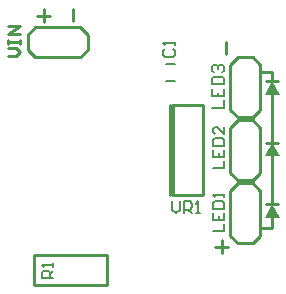
<source format=gto>
G04*
G04 #@! TF.GenerationSoftware,Altium Limited,Altium Designer,18.1.6 (161)*
G04*
G04 Layer_Color=65535*
%FSAX24Y24*%
%MOIN*%
G70*
G01*
G75*
%ADD10C,0.0100*%
%ADD11C,0.0079*%
%ADD12C,0.0080*%
G36*
X011300Y002750D02*
X011800D01*
X011550Y003200D01*
X011300Y002750D01*
D02*
G37*
G36*
Y004800D02*
X011800D01*
X011550Y005250D01*
X011300Y004800D01*
D02*
G37*
G36*
Y006850D02*
X011800D01*
X011550Y007300D01*
X011300Y006850D01*
D02*
G37*
D10*
X011150Y007600D02*
X011550D01*
Y007300D02*
Y007600D01*
X011350Y007300D02*
X011750D01*
X011550Y005250D02*
Y006850D01*
X011350Y005250D02*
X011750D01*
X011550Y003200D02*
Y004800D01*
X011350Y003200D02*
X011750D01*
X011550Y002400D02*
Y002750D01*
X011200Y002400D02*
X011550D01*
X010900Y006100D02*
X011150Y006350D01*
X010400Y006100D02*
X010900D01*
X010150Y006350D02*
X010400Y006100D01*
X010150Y006350D02*
Y007850D01*
X010400Y008100D01*
X010900D01*
X011150Y007850D01*
Y006350D02*
Y007850D01*
X003400Y008350D02*
X003650Y008100D01*
X003400Y008350D02*
Y008850D01*
X003650Y009100D01*
X005150D01*
X005400Y008850D01*
Y008350D02*
Y008850D01*
X005150Y008100D02*
X005400Y008350D01*
X003650Y008100D02*
X005150D01*
X010900Y004000D02*
X011150Y004250D01*
X010400Y004000D02*
X010900D01*
X010150Y004250D02*
X010400Y004000D01*
X010150Y004250D02*
Y005750D01*
X010400Y006000D01*
X010900D01*
X011150Y005750D01*
Y004250D02*
Y005750D01*
X010900Y001900D02*
X011150Y002150D01*
X010400Y001900D02*
X010900D01*
X010150Y002150D02*
X010400Y001900D01*
X010150Y002150D02*
Y003650D01*
X010400Y003900D01*
X010900D01*
X011150Y003650D01*
Y002150D02*
Y003650D01*
X008200Y003500D02*
Y006500D01*
X008150Y003500D02*
Y006500D01*
X008250Y003500D02*
Y006500D01*
X009250Y003500D02*
Y006500D01*
X008200D02*
X009250D01*
X008200Y003500D02*
X009250D01*
X006050Y000500D02*
Y001500D01*
X003600Y000500D02*
Y001500D01*
Y000500D02*
X006050D01*
X003600Y001500D02*
X006050D01*
X003722Y009486D02*
X004150D01*
X003936Y009700D02*
Y009272D01*
X009864Y001572D02*
Y002000D01*
X009650Y001786D02*
X010078D01*
X010014Y008200D02*
Y008628D01*
X004914Y009300D02*
Y009728D01*
X002750Y008150D02*
X003017D01*
X003150Y008283D01*
X003017Y008417D01*
X002750D01*
Y008550D02*
Y008683D01*
Y008617D01*
X003150D01*
Y008550D01*
Y008683D01*
Y008883D02*
X002750D01*
X003150Y009150D01*
X002750D01*
D11*
X007993Y007895D02*
X008307D01*
X007993Y007305D02*
X008307D01*
D12*
X009550Y006400D02*
X009950D01*
Y006667D01*
X009550Y007066D02*
Y006800D01*
X009950D01*
Y007066D01*
X009750Y006800D02*
Y006933D01*
X009550Y007200D02*
X009950D01*
Y007400D01*
X009883Y007466D01*
X009617D01*
X009550Y007400D01*
Y007200D01*
X009617Y007600D02*
X009550Y007666D01*
Y007800D01*
X009617Y007866D01*
X009683D01*
X009750Y007800D01*
Y007733D01*
Y007800D01*
X009817Y007866D01*
X009883D01*
X009950Y007800D01*
Y007666D01*
X009883Y007600D01*
X009570Y004400D02*
X009950D01*
Y004653D01*
X009570Y005033D02*
Y004780D01*
X009950D01*
Y005033D01*
X009760Y004780D02*
Y004906D01*
X009570Y005160D02*
X009950D01*
Y005350D01*
X009887Y005413D01*
X009633D01*
X009570Y005350D01*
Y005160D01*
X009950Y005793D02*
Y005540D01*
X009697Y005793D01*
X009633D01*
X009570Y005730D01*
Y005603D01*
X009633Y005540D01*
X009570Y002300D02*
X009950D01*
Y002553D01*
X009570Y002933D02*
Y002680D01*
X009950D01*
Y002933D01*
X009760Y002680D02*
Y002806D01*
X009570Y003060D02*
X009950D01*
Y003250D01*
X009887Y003313D01*
X009633D01*
X009570Y003250D01*
Y003060D01*
X009950Y003440D02*
Y003566D01*
Y003503D01*
X009570D01*
X009633Y003440D01*
X004250Y000750D02*
X003880D01*
Y000935D01*
X003942Y000997D01*
X004065D01*
X004127Y000935D01*
Y000750D01*
Y000873D02*
X004250Y000997D01*
Y001120D02*
Y001243D01*
Y001182D01*
X003880D01*
X003942Y001120D01*
X008200Y003300D02*
Y003033D01*
X008333Y002900D01*
X008467Y003033D01*
Y003300D01*
X008600Y002900D02*
Y003300D01*
X008800D01*
X008866Y003233D01*
Y003100D01*
X008800Y003033D01*
X008600D01*
X008733D02*
X008866Y002900D01*
X009000D02*
X009133D01*
X009066D01*
Y003300D01*
X009000Y003233D01*
X007967Y008367D02*
X007900Y008300D01*
Y008167D01*
X007967Y008100D01*
X008233D01*
X008300Y008167D01*
Y008300D01*
X008233Y008367D01*
X008300Y008500D02*
Y008633D01*
Y008567D01*
X007900D01*
X007967Y008500D01*
M02*

</source>
